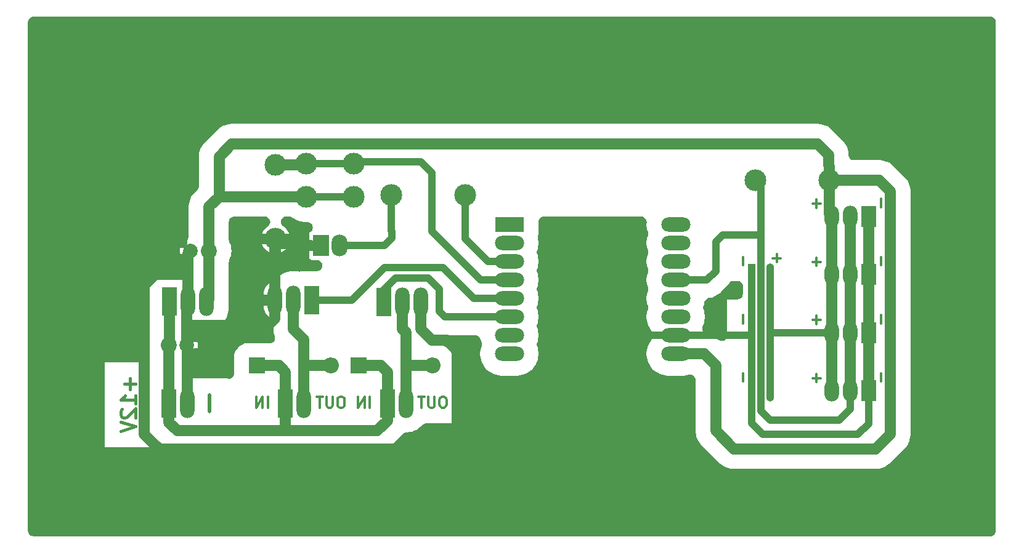
<source format=gbr>
%TF.GenerationSoftware,KiCad,Pcbnew,8.0.1*%
%TF.CreationDate,2024-03-28T20:51:12+01:00*%
%TF.ProjectId,espVent,65737056-656e-4742-9e6b-696361645f70,rev?*%
%TF.SameCoordinates,Original*%
%TF.FileFunction,Copper,L2,Bot*%
%TF.FilePolarity,Positive*%
%FSLAX46Y46*%
G04 Gerber Fmt 4.6, Leading zero omitted, Abs format (unit mm)*
G04 Created by KiCad (PCBNEW 8.0.1) date 2024-03-28 20:51:12*
%MOMM*%
%LPD*%
G01*
G04 APERTURE LIST*
%ADD10C,0.300000*%
%TA.AperFunction,NonConductor*%
%ADD11C,0.300000*%
%TD*%
%ADD12C,0.400000*%
%TA.AperFunction,NonConductor*%
%ADD13C,0.400000*%
%TD*%
%ADD14C,0.500000*%
%TA.AperFunction,NonConductor*%
%ADD15C,0.500000*%
%TD*%
%TA.AperFunction,ComponentPad*%
%ADD16C,3.000000*%
%TD*%
%TA.AperFunction,ComponentPad*%
%ADD17O,3.000000X3.000000*%
%TD*%
%TA.AperFunction,ComponentPad*%
%ADD18R,2.200000X3.000000*%
%TD*%
%TA.AperFunction,ComponentPad*%
%ADD19O,2.200000X3.000000*%
%TD*%
%TA.AperFunction,ComponentPad*%
%ADD20R,2.000000X4.000000*%
%TD*%
%TA.AperFunction,ComponentPad*%
%ADD21O,2.000000X4.000000*%
%TD*%
%TA.AperFunction,ComponentPad*%
%ADD22R,2.000000X3.000000*%
%TD*%
%TA.AperFunction,ComponentPad*%
%ADD23O,2.000000X3.000000*%
%TD*%
%TA.AperFunction,ComponentPad*%
%ADD24R,2.200000X2.200000*%
%TD*%
%TA.AperFunction,ComponentPad*%
%ADD25O,2.200000X2.200000*%
%TD*%
%TA.AperFunction,ComponentPad*%
%ADD26C,2.200000*%
%TD*%
%TA.AperFunction,ComponentPad*%
%ADD27C,2.000000*%
%TD*%
%TA.AperFunction,ComponentPad*%
%ADD28R,1.100000X3.000000*%
%TD*%
%TA.AperFunction,ComponentPad*%
%ADD29O,1.100000X3.000000*%
%TD*%
%TA.AperFunction,ComponentPad*%
%ADD30R,4.000000X2.100000*%
%TD*%
%TA.AperFunction,ComponentPad*%
%ADD31O,4.000000X2.000000*%
%TD*%
%TA.AperFunction,Conductor*%
%ADD32C,1.000000*%
%TD*%
%TA.AperFunction,Conductor*%
%ADD33C,1.500000*%
%TD*%
G04 APERTURE END LIST*
D10*
D11*
X165945489Y-89229400D02*
X164802632Y-89229400D01*
X165374060Y-89800828D02*
X165374060Y-88657971D01*
D10*
D11*
X100159774Y-91800828D02*
X99874060Y-91800828D01*
X99874060Y-91800828D02*
X99731203Y-91872257D01*
X99731203Y-91872257D02*
X99588346Y-92015114D01*
X99588346Y-92015114D02*
X99516917Y-92300828D01*
X99516917Y-92300828D02*
X99516917Y-92800828D01*
X99516917Y-92800828D02*
X99588346Y-93086542D01*
X99588346Y-93086542D02*
X99731203Y-93229400D01*
X99731203Y-93229400D02*
X99874060Y-93300828D01*
X99874060Y-93300828D02*
X100159774Y-93300828D01*
X100159774Y-93300828D02*
X100302632Y-93229400D01*
X100302632Y-93229400D02*
X100445489Y-93086542D01*
X100445489Y-93086542D02*
X100516917Y-92800828D01*
X100516917Y-92800828D02*
X100516917Y-92300828D01*
X100516917Y-92300828D02*
X100445489Y-92015114D01*
X100445489Y-92015114D02*
X100302632Y-91872257D01*
X100302632Y-91872257D02*
X100159774Y-91800828D01*
X98874060Y-91800828D02*
X98874060Y-93015114D01*
X98874060Y-93015114D02*
X98802631Y-93157971D01*
X98802631Y-93157971D02*
X98731203Y-93229400D01*
X98731203Y-93229400D02*
X98588345Y-93300828D01*
X98588345Y-93300828D02*
X98302631Y-93300828D01*
X98302631Y-93300828D02*
X98159774Y-93229400D01*
X98159774Y-93229400D02*
X98088345Y-93157971D01*
X98088345Y-93157971D02*
X98016917Y-93015114D01*
X98016917Y-93015114D02*
X98016917Y-91800828D01*
X97516916Y-91800828D02*
X96659774Y-91800828D01*
X97088345Y-93300828D02*
X97088345Y-91800828D01*
D10*
D11*
X103945489Y-93300828D02*
X103945489Y-91800828D01*
X103231203Y-93300828D02*
X103231203Y-91800828D01*
X103231203Y-91800828D02*
X102374060Y-93300828D01*
X102374060Y-93300828D02*
X102374060Y-91800828D01*
D10*
D11*
X174229400Y-80554510D02*
X174229400Y-81697368D01*
D10*
D11*
X155229400Y-88554510D02*
X155229400Y-89697368D01*
D10*
D11*
X174229400Y-88554510D02*
X174229400Y-89697368D01*
D10*
D11*
X174229400Y-72554510D02*
X174229400Y-73697368D01*
D10*
D11*
X165945489Y-81229400D02*
X164802632Y-81229400D01*
X165374060Y-81800828D02*
X165374060Y-80657971D01*
D12*
D13*
X70972533Y-89239347D02*
X70972533Y-90763157D01*
X71734438Y-90001252D02*
X70210628Y-90001252D01*
X71734438Y-92763156D02*
X71734438Y-91620299D01*
X71734438Y-92191727D02*
X69734438Y-92191727D01*
X69734438Y-92191727D02*
X70020152Y-92001251D01*
X70020152Y-92001251D02*
X70210628Y-91810775D01*
X70210628Y-91810775D02*
X70305866Y-91620299D01*
X69924914Y-93525061D02*
X69829676Y-93620299D01*
X69829676Y-93620299D02*
X69734438Y-93810775D01*
X69734438Y-93810775D02*
X69734438Y-94286966D01*
X69734438Y-94286966D02*
X69829676Y-94477442D01*
X69829676Y-94477442D02*
X69924914Y-94572680D01*
X69924914Y-94572680D02*
X70115390Y-94667918D01*
X70115390Y-94667918D02*
X70305866Y-94667918D01*
X70305866Y-94667918D02*
X70591580Y-94572680D01*
X70591580Y-94572680D02*
X71734438Y-93429823D01*
X71734438Y-93429823D02*
X71734438Y-94667918D01*
X69734438Y-95239347D02*
X71734438Y-95906013D01*
X71734438Y-95906013D02*
X69734438Y-96572680D01*
D10*
D11*
X155229400Y-72554510D02*
X155229400Y-73697368D01*
D10*
D11*
X174229400Y-64554510D02*
X174229400Y-65697368D01*
D10*
D11*
X89945489Y-93300828D02*
X89945489Y-91800828D01*
X89231203Y-93300828D02*
X89231203Y-91800828D01*
X89231203Y-91800828D02*
X88374060Y-93300828D01*
X88374060Y-93300828D02*
X88374060Y-91800828D01*
D10*
D11*
X165945489Y-65229400D02*
X164802632Y-65229400D01*
X165374060Y-65800828D02*
X165374060Y-64657971D01*
D10*
D11*
X114159774Y-91800828D02*
X113874060Y-91800828D01*
X113874060Y-91800828D02*
X113731203Y-91872257D01*
X113731203Y-91872257D02*
X113588346Y-92015114D01*
X113588346Y-92015114D02*
X113516917Y-92300828D01*
X113516917Y-92300828D02*
X113516917Y-92800828D01*
X113516917Y-92800828D02*
X113588346Y-93086542D01*
X113588346Y-93086542D02*
X113731203Y-93229400D01*
X113731203Y-93229400D02*
X113874060Y-93300828D01*
X113874060Y-93300828D02*
X114159774Y-93300828D01*
X114159774Y-93300828D02*
X114302632Y-93229400D01*
X114302632Y-93229400D02*
X114445489Y-93086542D01*
X114445489Y-93086542D02*
X114516917Y-92800828D01*
X114516917Y-92800828D02*
X114516917Y-92300828D01*
X114516917Y-92300828D02*
X114445489Y-92015114D01*
X114445489Y-92015114D02*
X114302632Y-91872257D01*
X114302632Y-91872257D02*
X114159774Y-91800828D01*
X112874060Y-91800828D02*
X112874060Y-93015114D01*
X112874060Y-93015114D02*
X112802631Y-93157971D01*
X112802631Y-93157971D02*
X112731203Y-93229400D01*
X112731203Y-93229400D02*
X112588345Y-93300828D01*
X112588345Y-93300828D02*
X112302631Y-93300828D01*
X112302631Y-93300828D02*
X112159774Y-93229400D01*
X112159774Y-93229400D02*
X112088345Y-93157971D01*
X112088345Y-93157971D02*
X112016917Y-93015114D01*
X112016917Y-93015114D02*
X112016917Y-91800828D01*
X111516916Y-91800828D02*
X110659774Y-91800828D01*
X111088345Y-93300828D02*
X111088345Y-91800828D01*
D10*
D11*
X165945489Y-73229400D02*
X164802632Y-73229400D01*
X165374060Y-73800828D02*
X165374060Y-72657971D01*
D10*
D11*
X160445489Y-72729400D02*
X159302632Y-72729400D01*
X159874060Y-73300828D02*
X159874060Y-72157971D01*
D10*
D11*
X155229400Y-80554510D02*
X155229400Y-81697368D01*
D14*
D15*
X81964000Y-91543232D02*
X81964000Y-93828947D01*
D16*
%TO.P,R3,1*%
%TO.N,Net-(U1-D0)*%
X117080000Y-64000000D03*
D17*
%TO.P,R3,2*%
%TO.N,Net-(D3-A)*%
X106920000Y-64000000D03*
%TD*%
D18*
%TO.P,D3,1,K*%
%TO.N,GND*%
X97225000Y-71000000D03*
D19*
%TO.P,D3,2,A*%
%TO.N,Net-(D3-A)*%
X99765000Y-71000000D03*
%TD*%
D20*
%TO.P,J9,1,Pin_1*%
%TO.N,+12V*%
X92380000Y-92712500D03*
D21*
%TO.P,J9,2,Pin_2*%
%TO.N,Net-(D2-A)*%
X94920000Y-92712500D03*
%TD*%
D22*
%TO.P,J4,1,Pin_1*%
%TO.N,GND*%
X172500000Y-91000000D03*
D23*
%TO.P,J4,2,Pin_2*%
%TO.N,Net-(J1-Pin_2)*%
X169960000Y-91000000D03*
%TO.P,J4,3,Pin_3*%
%TO.N,+5P*%
X167420000Y-91000000D03*
%TD*%
D24*
%TO.P,D2,1,K*%
%TO.N,+12V*%
X88420000Y-87500000D03*
D25*
%TO.P,D2,2,A*%
%TO.N,Net-(D2-A)*%
X98580000Y-87500000D03*
%TD*%
D16*
%TO.P,R2,1*%
%TO.N,Net-(U1-SCK{slash}D5)*%
X91000000Y-59920000D03*
D17*
%TO.P,R2,2*%
%TO.N,GND*%
X91000000Y-70080000D03*
%TD*%
D26*
%TO.P,C1,1*%
%TO.N,+12V*%
X76340000Y-84712500D03*
D27*
%TO.P,C1,2*%
%TO.N,GND*%
X78840000Y-84712500D03*
%TD*%
D20*
%TO.P,Q1,1,G*%
%TO.N,Net-(Q1-G)*%
X105920000Y-78792500D03*
D21*
%TO.P,Q1,2,D*%
%TO.N,Net-(D1-A)*%
X108460000Y-78792500D03*
%TO.P,Q1,3,S*%
%TO.N,GND*%
X111000000Y-78792500D03*
%TD*%
D24*
%TO.P,D1,1,K*%
%TO.N,+12V*%
X102420000Y-87500000D03*
D25*
%TO.P,D1,2,A*%
%TO.N,Net-(D1-A)*%
X112580000Y-87500000D03*
%TD*%
D20*
%TO.P,J8,1,Pin_1*%
%TO.N,+12V*%
X106380000Y-92712500D03*
D21*
%TO.P,J8,2,Pin_2*%
%TO.N,Net-(D1-A)*%
X108920000Y-92712500D03*
%TD*%
D20*
%TO.P,J7,1,Pin_1*%
%TO.N,+12V*%
X76380000Y-92712500D03*
D21*
%TO.P,J7,2,Pin_2*%
%TO.N,GND*%
X78920000Y-92712500D03*
%TD*%
D28*
%TO.P,U4,1,GND*%
%TO.N,GND*%
X156460000Y-91000000D03*
D29*
%TO.P,U4,2,DQ*%
%TO.N,Net-(J1-Pin_2)*%
X157730000Y-91000000D03*
%TO.P,U4,3,V_{DD}*%
%TO.N,+5P*%
X159000000Y-91000000D03*
%TD*%
D30*
%TO.P,U1,1,~{RST}*%
%TO.N,unconnected-(U1-~{RST}-Pad1)*%
X123140000Y-68110000D03*
D31*
%TO.P,U1,2,A0*%
%TO.N,unconnected-(U1-A0-Pad2)*%
X123140000Y-70650000D03*
%TO.P,U1,3,D0*%
%TO.N,Net-(U1-D0)*%
X123140000Y-73190000D03*
%TO.P,U1,4,SCK/D5*%
%TO.N,Net-(U1-SCK{slash}D5)*%
X123140000Y-75730000D03*
%TO.P,U1,5,MISO/D6*%
%TO.N,Net-(Q2-G)*%
X123140000Y-78270000D03*
%TO.P,U1,6,MOSI/D7*%
%TO.N,Net-(Q1-G)*%
X123140000Y-80810000D03*
%TO.P,U1,7,CS/D8*%
%TO.N,unconnected-(U1-CS{slash}D8-Pad7)*%
X123140000Y-83350000D03*
%TO.P,U1,8,3V3*%
%TO.N,unconnected-(U1-3V3-Pad8)*%
X123140000Y-85890000D03*
%TO.P,U1,9,5V*%
%TO.N,+5P*%
X146000000Y-85890000D03*
%TO.P,U1,10,GND*%
%TO.N,GND*%
X146000000Y-83350000D03*
%TO.P,U1,11,D4*%
%TO.N,unconnected-(U1-D4-Pad11)*%
X146000000Y-80810000D03*
%TO.P,U1,12,D3*%
%TO.N,unconnected-(U1-D3-Pad12)*%
X146000000Y-78270000D03*
%TO.P,U1,13,SDA/D2*%
%TO.N,Net-(J1-Pin_2)*%
X146000000Y-75730000D03*
%TO.P,U1,14,SCL/D1*%
%TO.N,unconnected-(U1-SCL{slash}D1-Pad14)*%
X146000000Y-73190000D03*
%TO.P,U1,15,RX*%
%TO.N,unconnected-(U1-RX-Pad15)*%
X146000000Y-70650000D03*
%TO.P,U1,16,TX*%
%TO.N,unconnected-(U1-TX-Pad16)*%
X146000000Y-68110000D03*
%TD*%
D22*
%TO.P,J1,1,Pin_1*%
%TO.N,GND*%
X172525000Y-67025000D03*
D23*
%TO.P,J1,2,Pin_2*%
%TO.N,Net-(J1-Pin_2)*%
X169985000Y-67025000D03*
%TO.P,J1,3,Pin_3*%
%TO.N,+5P*%
X167445000Y-67025000D03*
%TD*%
D16*
%TO.P,SW1,1,1*%
%TO.N,Net-(U1-SCK{slash}D5)*%
X95250000Y-59750000D03*
X101750000Y-59750000D03*
%TO.P,SW1,2,2*%
%TO.N,+5P*%
X95250000Y-64250000D03*
X101750000Y-64250000D03*
%TD*%
D22*
%TO.P,J2,1,Pin_1*%
%TO.N,GND*%
X172525000Y-75000000D03*
D23*
%TO.P,J2,2,Pin_2*%
%TO.N,Net-(J1-Pin_2)*%
X169985000Y-75000000D03*
%TO.P,J2,3,Pin_3*%
%TO.N,+5P*%
X167445000Y-75000000D03*
%TD*%
D28*
%TO.P,U2,1,GND*%
%TO.N,GND*%
X156460000Y-75000000D03*
D29*
%TO.P,U2,2,DQ*%
%TO.N,Net-(J1-Pin_2)*%
X157730000Y-75000000D03*
%TO.P,U2,3,V_{DD}*%
%TO.N,+5P*%
X159000000Y-75000000D03*
%TD*%
D28*
%TO.P,U3,1,GND*%
%TO.N,GND*%
X156460000Y-83000000D03*
D29*
%TO.P,U3,2,DQ*%
%TO.N,Net-(J1-Pin_2)*%
X157730000Y-83000000D03*
%TO.P,U3,3,V_{DD}*%
%TO.N,+5P*%
X159000000Y-83000000D03*
%TD*%
D16*
%TO.P,R1,1*%
%TO.N,+5P*%
X167080000Y-62000000D03*
D17*
%TO.P,R1,2*%
%TO.N,Net-(J1-Pin_2)*%
X156920000Y-62000000D03*
%TD*%
D20*
%TO.P,U5,1,IN*%
%TO.N,+12V*%
X76460000Y-78712500D03*
D21*
%TO.P,U5,2,GND*%
%TO.N,GND*%
X79000000Y-78712500D03*
%TO.P,U5,3,OUT*%
%TO.N,+5P*%
X81540000Y-78712500D03*
%TD*%
D20*
%TO.P,Q2,1,G*%
%TO.N,Net-(Q2-G)*%
X96000000Y-78500000D03*
D21*
%TO.P,Q2,2,D*%
%TO.N,Net-(D2-A)*%
X93460000Y-78500000D03*
%TO.P,Q2,3,S*%
%TO.N,GND*%
X90920000Y-78500000D03*
%TD*%
D26*
%TO.P,C2,1*%
%TO.N,+5P*%
X81840000Y-71712500D03*
D27*
%TO.P,C2,2*%
%TO.N,GND*%
X79340000Y-71712500D03*
%TD*%
D22*
%TO.P,J3,1,Pin_1*%
%TO.N,GND*%
X172500000Y-83000000D03*
D23*
%TO.P,J3,2,Pin_2*%
%TO.N,Net-(J1-Pin_2)*%
X169960000Y-83000000D03*
%TO.P,J3,3,Pin_3*%
%TO.N,+5P*%
X167420000Y-83000000D03*
%TD*%
D32*
%TO.N,Net-(D3-A)*%
X106000000Y-71000000D02*
X107000000Y-70000000D01*
X99765000Y-71000000D02*
X106000000Y-71000000D01*
X107000000Y-70000000D02*
X107000000Y-69000000D01*
X107000000Y-69000000D02*
X106920000Y-68920000D01*
X106920000Y-68920000D02*
X106920000Y-64000000D01*
%TO.N,GND*%
X97225000Y-71000000D02*
X91920000Y-71000000D01*
X91920000Y-71000000D02*
X91000000Y-70080000D01*
%TO.N,Net-(Q2-G)*%
X96000000Y-78500000D02*
X101500000Y-78500000D01*
X118270000Y-78270000D02*
X123140000Y-78270000D01*
X101500000Y-78500000D02*
X106000000Y-74000000D01*
X106000000Y-74000000D02*
X114000000Y-74000000D01*
X114000000Y-74000000D02*
X118270000Y-78270000D01*
%TO.N,Net-(U1-SCK{slash}D5)*%
X123140000Y-75730000D02*
X119230000Y-75730000D01*
X119230000Y-75730000D02*
X112500000Y-69000000D01*
X112500000Y-61000000D02*
X111000000Y-59500000D01*
X112500000Y-69000000D02*
X112500000Y-61000000D01*
X111000000Y-59500000D02*
X102000000Y-59500000D01*
X102000000Y-59500000D02*
X101750000Y-59750000D01*
%TO.N,Net-(U1-D0)*%
X117080000Y-64000000D02*
X117080000Y-70080000D01*
X117080000Y-70080000D02*
X120190000Y-73190000D01*
X120190000Y-73190000D02*
X123140000Y-73190000D01*
D33*
%TO.N,GND*%
X90920000Y-78500000D02*
X90920000Y-72000000D01*
X90920000Y-72000000D02*
X90920000Y-70160000D01*
%TO.N,+5P*%
X167445000Y-67025000D02*
X167445000Y-75000000D01*
X146000000Y-85890000D02*
X149890000Y-85890000D01*
X174000000Y-62000000D02*
X167080000Y-62000000D01*
X167000000Y-58500000D02*
X167000000Y-60000000D01*
X151500000Y-96500000D02*
X154000000Y-99000000D01*
X83250000Y-58750000D02*
X85000000Y-57000000D01*
X83250000Y-64250000D02*
X83250000Y-58750000D01*
X81840000Y-78412500D02*
X81540000Y-78712500D01*
X167080000Y-62000000D02*
X167080000Y-66660000D01*
X167000000Y-60000000D02*
X167080000Y-60080000D01*
X85000000Y-57000000D02*
X165500000Y-57000000D01*
X149890000Y-85890000D02*
X151500000Y-87500000D01*
X81840000Y-71712500D02*
X81840000Y-65660000D01*
X167445000Y-82975000D02*
X167420000Y-83000000D01*
X165500000Y-57000000D02*
X167000000Y-58500000D01*
X175500000Y-97000000D02*
X175500000Y-63500000D01*
D32*
X159000000Y-75000000D02*
X159000000Y-83000000D01*
D33*
X151500000Y-87500000D02*
X151500000Y-96500000D01*
X81840000Y-65660000D02*
X83250000Y-64250000D01*
X154000000Y-99000000D02*
X173500000Y-99000000D01*
X167080000Y-66660000D02*
X167445000Y-67025000D01*
X81840000Y-71712500D02*
X81840000Y-78412500D01*
X83250000Y-64250000D02*
X95250000Y-64250000D01*
D32*
X159000000Y-83000000D02*
X167420000Y-83000000D01*
D33*
X167420000Y-83000000D02*
X167420000Y-91000000D01*
D32*
X101750000Y-64250000D02*
X95250000Y-64250000D01*
D33*
X167080000Y-60080000D02*
X167080000Y-62000000D01*
X173500000Y-99000000D02*
X175500000Y-97000000D01*
X167445000Y-75000000D02*
X167445000Y-82975000D01*
D32*
X159000000Y-83000000D02*
X159000000Y-91000000D01*
D33*
X175500000Y-63500000D02*
X174000000Y-62000000D01*
%TO.N,+12V*%
X92380000Y-88380000D02*
X91500000Y-87500000D01*
X105000000Y-96500000D02*
X92500000Y-96500000D01*
X92380000Y-92712500D02*
X92380000Y-96380000D01*
X76340000Y-84712500D02*
X76340000Y-92672500D01*
X76340000Y-92672500D02*
X76380000Y-92712500D01*
X106380000Y-92712500D02*
X106380000Y-95120000D01*
X77500000Y-96500000D02*
X76380000Y-95380000D01*
X92500000Y-96500000D02*
X77500000Y-96500000D01*
X92380000Y-96380000D02*
X92500000Y-96500000D01*
X106380000Y-88380000D02*
X105500000Y-87500000D01*
X91500000Y-87500000D02*
X88420000Y-87500000D01*
X106380000Y-92712500D02*
X106380000Y-88380000D01*
X106380000Y-95120000D02*
X105000000Y-96500000D01*
X105500000Y-87500000D02*
X102420000Y-87500000D01*
X92380000Y-92712500D02*
X92380000Y-88380000D01*
X76380000Y-95380000D02*
X76380000Y-92712500D01*
X76460000Y-84592500D02*
X76340000Y-84712500D01*
X76460000Y-78712500D02*
X76460000Y-84592500D01*
%TO.N,GND*%
X90920000Y-70160000D02*
X91000000Y-70080000D01*
D32*
X146000000Y-83350000D02*
X141650000Y-83350000D01*
D33*
X78920000Y-92712500D02*
X78920000Y-89000000D01*
D32*
X156460000Y-95460000D02*
X158000000Y-97000000D01*
D33*
X116000000Y-97500000D02*
X114500000Y-99000000D01*
X75000000Y-99000000D02*
X73000000Y-97000000D01*
X172525000Y-67025000D02*
X172525000Y-75000000D01*
D32*
X138500000Y-91000000D02*
X116000000Y-91000000D01*
X172500000Y-95500000D02*
X172500000Y-91000000D01*
D33*
X90920000Y-78500000D02*
X90920000Y-81080000D01*
X74500000Y-75000000D02*
X79000000Y-75000000D01*
D32*
X156460000Y-83000000D02*
X156460000Y-91000000D01*
D33*
X78840000Y-78872500D02*
X79000000Y-78712500D01*
X79000000Y-75000000D02*
X79000000Y-72052500D01*
X90920000Y-81080000D02*
X90000000Y-82000000D01*
X114500000Y-99000000D02*
X110000000Y-99000000D01*
D32*
X158000000Y-97000000D02*
X171000000Y-97000000D01*
D33*
X111000000Y-78792500D02*
X111000000Y-82500000D01*
X73000000Y-97000000D02*
X73000000Y-76500000D01*
D32*
X156460000Y-75000000D02*
X156460000Y-83000000D01*
D33*
X116000000Y-85500000D02*
X116000000Y-91000000D01*
X114500000Y-84000000D02*
X116000000Y-85500000D01*
X172525000Y-75000000D02*
X172525000Y-82975000D01*
D32*
X146000000Y-83350000D02*
X156110000Y-83350000D01*
D33*
X111000000Y-82500000D02*
X112500000Y-84000000D01*
D32*
X156110000Y-83350000D02*
X156460000Y-83000000D01*
D33*
X112500000Y-84000000D02*
X114500000Y-84000000D01*
D32*
X141650000Y-83350000D02*
X140000000Y-85000000D01*
D33*
X116000000Y-91000000D02*
X116000000Y-97500000D01*
X78920000Y-89000000D02*
X78920000Y-84792500D01*
X78840000Y-82000000D02*
X78840000Y-78872500D01*
D32*
X140000000Y-85000000D02*
X140000000Y-89500000D01*
D33*
X172500000Y-83000000D02*
X172500000Y-91000000D01*
X73000000Y-76500000D02*
X74500000Y-75000000D01*
X79000000Y-78712500D02*
X79000000Y-75000000D01*
X79000000Y-72052500D02*
X79340000Y-71712500D01*
X78920000Y-84792500D02*
X78840000Y-84712500D01*
D32*
X140000000Y-89500000D02*
X138500000Y-91000000D01*
D33*
X110000000Y-99000000D02*
X75000000Y-99000000D01*
X172525000Y-82975000D02*
X172500000Y-83000000D01*
X78840000Y-84712500D02*
X78840000Y-82000000D01*
D32*
X156460000Y-91000000D02*
X156460000Y-95460000D01*
D33*
X90000000Y-82000000D02*
X78840000Y-82000000D01*
D32*
X171000000Y-97000000D02*
X172500000Y-95500000D01*
D33*
%TO.N,Net-(D1-A)*%
X108920000Y-82920000D02*
X108460000Y-82460000D01*
X108920000Y-87500000D02*
X108920000Y-82920000D01*
X108460000Y-82460000D02*
X108460000Y-78792500D01*
X108580000Y-78672500D02*
X108460000Y-78792500D01*
X108920000Y-92712500D02*
X108920000Y-87500000D01*
X112580000Y-87500000D02*
X108920000Y-87500000D01*
%TO.N,Net-(J1-Pin_2)*%
X169985000Y-75000000D02*
X169985000Y-82975000D01*
X169960000Y-83000000D02*
X169960000Y-91000000D01*
D32*
X157730000Y-83000000D02*
X157730000Y-75000000D01*
X157730000Y-91000000D02*
X157730000Y-93730000D01*
X151500000Y-70500000D02*
X152500000Y-69500000D01*
X170000000Y-91040000D02*
X169960000Y-91000000D01*
X157730000Y-93730000D02*
X159000000Y-95000000D01*
X146000000Y-75730000D02*
X150270000Y-75730000D01*
X159000000Y-95000000D02*
X168500000Y-95000000D01*
X157730000Y-69500000D02*
X157730000Y-62810000D01*
X150270000Y-75730000D02*
X151500000Y-74500000D01*
X157730000Y-62810000D02*
X156920000Y-62000000D01*
X168500000Y-95000000D02*
X170000000Y-93500000D01*
X170000000Y-93500000D02*
X170000000Y-91040000D01*
X152500000Y-69500000D02*
X157730000Y-69500000D01*
D33*
X169985000Y-82975000D02*
X169960000Y-83000000D01*
X169985000Y-67025000D02*
X169985000Y-75000000D01*
D32*
X157730000Y-91000000D02*
X157730000Y-83000000D01*
X151500000Y-74500000D02*
X151500000Y-70500000D01*
X157730000Y-75000000D02*
X157730000Y-69500000D01*
D33*
%TO.N,Net-(U1-SCK{slash}D5)*%
X91000000Y-59920000D02*
X95080000Y-59920000D01*
X95080000Y-59920000D02*
X95250000Y-59750000D01*
D32*
X101750000Y-59750000D02*
X95250000Y-59750000D01*
D33*
%TO.N,Net-(D2-A)*%
X93460000Y-78500000D02*
X93420000Y-78540000D01*
X94920000Y-83920000D02*
X93460000Y-82460000D01*
X93460000Y-82460000D02*
X93460000Y-78500000D01*
X94920000Y-87500000D02*
X94920000Y-83920000D01*
X98580000Y-87500000D02*
X94920000Y-87500000D01*
X94920000Y-92712500D02*
X94920000Y-87500000D01*
D32*
%TO.N,Net-(Q1-G)*%
X113500000Y-80000000D02*
X113500000Y-77000000D01*
X113500000Y-77000000D02*
X112000000Y-75500000D01*
X105920000Y-77080000D02*
X105920000Y-78792500D01*
X123140000Y-80810000D02*
X114310000Y-80810000D01*
X114310000Y-80810000D02*
X113500000Y-80000000D01*
X107500000Y-75500000D02*
X105920000Y-77080000D01*
X112000000Y-75500000D02*
X107500000Y-75500000D01*
%TD*%
%TA.AperFunction,Conductor*%
%TO.N,GND*%
G36*
X89704903Y-67020689D02*
G01*
X89868323Y-67080169D01*
X90013620Y-67175733D01*
X90132962Y-67302228D01*
X90219916Y-67452836D01*
X90269793Y-67619438D01*
X90279905Y-67793050D01*
X90249706Y-67964316D01*
X90180825Y-68124000D01*
X90076975Y-68263495D01*
X89943754Y-68375280D01*
X89937116Y-68379596D01*
X89915959Y-68393192D01*
X89686936Y-68564636D01*
X89484636Y-68766936D01*
X89313197Y-68995953D01*
X89313192Y-68995960D01*
X89176089Y-69247046D01*
X89145149Y-69330000D01*
X92854851Y-69330000D01*
X92823910Y-69247046D01*
X92686807Y-68995960D01*
X92686802Y-68995953D01*
X92515363Y-68766936D01*
X92313063Y-68564636D01*
X92084040Y-68393192D01*
X92062884Y-68379596D01*
X91928489Y-68269225D01*
X91823170Y-68130836D01*
X91752605Y-67971888D01*
X91720597Y-67800952D01*
X91728873Y-67627242D01*
X91776987Y-67460123D01*
X91862343Y-67308604D01*
X91980342Y-67180854D01*
X92124621Y-67083760D01*
X92287402Y-67022556D01*
X92459911Y-67000542D01*
X92467828Y-67000500D01*
X92836341Y-67000500D01*
X93009072Y-67020689D01*
X93172492Y-67080169D01*
X93244275Y-67121335D01*
X93485589Y-67278046D01*
X93497348Y-67285682D01*
X93824264Y-67452255D01*
X94013772Y-67525000D01*
X94166800Y-67583742D01*
X94521197Y-67678703D01*
X94521201Y-67678703D01*
X94521206Y-67678705D01*
X94656106Y-67700071D01*
X94883580Y-67736100D01*
X94883589Y-67736101D01*
X94883590Y-67736101D01*
X94883596Y-67736102D01*
X95250000Y-67755304D01*
X95324746Y-67751386D01*
X95339342Y-67750622D01*
X95512893Y-67761743D01*
X95679201Y-67812588D01*
X95829301Y-67900416D01*
X95955101Y-68020492D01*
X96049817Y-68166343D01*
X96108346Y-68330105D01*
X96127530Y-68502951D01*
X96106337Y-68675562D01*
X96045908Y-68838633D01*
X95949501Y-68983372D01*
X95827408Y-69098196D01*
X95767812Y-69142809D01*
X95767808Y-69142813D01*
X95681646Y-69257910D01*
X95631401Y-69392624D01*
X95625001Y-69452156D01*
X95625000Y-69452177D01*
X95625000Y-70250000D01*
X95915500Y-70250000D01*
X96088231Y-70270189D01*
X96251651Y-70329669D01*
X96396948Y-70425233D01*
X96516290Y-70551728D01*
X96603244Y-70702336D01*
X96653121Y-70868938D01*
X96664500Y-70999000D01*
X96664500Y-71001000D01*
X96644311Y-71173731D01*
X96584831Y-71337151D01*
X96489267Y-71482448D01*
X96362772Y-71601790D01*
X96212164Y-71688744D01*
X96045562Y-71738621D01*
X95915500Y-71750000D01*
X95625000Y-71750000D01*
X95625000Y-72547822D01*
X95625001Y-72547843D01*
X95631401Y-72607375D01*
X95681646Y-72742089D01*
X95767808Y-72857186D01*
X95767813Y-72857191D01*
X95882910Y-72943353D01*
X96017624Y-72993598D01*
X96077156Y-72999998D01*
X96077177Y-73000000D01*
X96714570Y-73000000D01*
X96887301Y-73020189D01*
X97050721Y-73079669D01*
X97196018Y-73175233D01*
X97300011Y-73281818D01*
X97301208Y-73283318D01*
X97393167Y-73430923D01*
X97448608Y-73595756D01*
X97464540Y-73768932D01*
X97440106Y-73941114D01*
X97376623Y-74103020D01*
X97277513Y-74245922D01*
X97148118Y-74362115D01*
X96995416Y-74445336D01*
X96827638Y-74491098D01*
X96715767Y-74499500D01*
X94928552Y-74499500D01*
X94714572Y-74514804D01*
X94714568Y-74514804D01*
X94714566Y-74514805D01*
X94442771Y-74573930D01*
X94269695Y-74590919D01*
X94116901Y-74572269D01*
X93963394Y-74537233D01*
X93628504Y-74499500D01*
X93291496Y-74499500D01*
X92999246Y-74532428D01*
X92956614Y-74537232D01*
X92956613Y-74537232D01*
X92956606Y-74537233D01*
X92734907Y-74587834D01*
X92628045Y-74612224D01*
X92309948Y-74723531D01*
X92038780Y-74854119D01*
X92006314Y-74869754D01*
X92006310Y-74869756D01*
X92006309Y-74869757D01*
X91720964Y-75049051D01*
X91720952Y-75049060D01*
X91457481Y-75259170D01*
X91219172Y-75497479D01*
X91001592Y-75770317D01*
X90878111Y-75892776D01*
X90729718Y-75983457D01*
X90590860Y-76031626D01*
X90568755Y-76036933D01*
X90344196Y-76109897D01*
X90133832Y-76217083D01*
X89942814Y-76355865D01*
X89775865Y-76522814D01*
X89637083Y-76713832D01*
X89529897Y-76924196D01*
X89456935Y-77148749D01*
X89420000Y-77381949D01*
X89420000Y-77750000D01*
X89710500Y-77750000D01*
X89883231Y-77770189D01*
X90046651Y-77829669D01*
X90191948Y-77925233D01*
X90311290Y-78051728D01*
X90398244Y-78202336D01*
X90418229Y-78269092D01*
X90407482Y-78287708D01*
X90370000Y-78427591D01*
X90370000Y-78572409D01*
X90407482Y-78712292D01*
X90418395Y-78731195D01*
X90379831Y-78837151D01*
X90284267Y-78982448D01*
X90157772Y-79101790D01*
X90007164Y-79188744D01*
X89840562Y-79238621D01*
X89710500Y-79250000D01*
X89420000Y-79250000D01*
X89420000Y-79618050D01*
X89456935Y-79851250D01*
X89529897Y-80075803D01*
X89637083Y-80286167D01*
X89775865Y-80477185D01*
X89942814Y-80644134D01*
X90133829Y-80782915D01*
X90300537Y-80867856D01*
X90445276Y-80964263D01*
X90563881Y-81091450D01*
X90649957Y-81242561D01*
X90698865Y-81409450D01*
X90709500Y-81535221D01*
X90709500Y-82614465D01*
X90716351Y-82675267D01*
X90744088Y-82921451D01*
X90812829Y-83222628D01*
X90812832Y-83222637D01*
X90887647Y-83436444D01*
X90887647Y-83436445D01*
X90905104Y-83486334D01*
X90943098Y-83656040D01*
X90940930Y-83829934D01*
X90898718Y-83998640D01*
X90818737Y-84153064D01*
X90705300Y-84284881D01*
X90564522Y-84386985D01*
X90403991Y-84453870D01*
X90232363Y-84481932D01*
X90058889Y-84469656D01*
X90038928Y-84465598D01*
X89805430Y-84414804D01*
X89622348Y-84401710D01*
X89591448Y-84399500D01*
X87248552Y-84399500D01*
X87034572Y-84414804D01*
X87034568Y-84414804D01*
X87034566Y-84414805D01*
X86754956Y-84475629D01*
X86486845Y-84575630D01*
X86486832Y-84575636D01*
X86235692Y-84712769D01*
X86235686Y-84712773D01*
X86235685Y-84712774D01*
X86140419Y-84784089D01*
X86006601Y-84884264D01*
X85804264Y-85086601D01*
X85632769Y-85315692D01*
X85495636Y-85566832D01*
X85495630Y-85566845D01*
X85395629Y-85834956D01*
X85346702Y-86059876D01*
X85334804Y-86114572D01*
X85319500Y-86328552D01*
X85319500Y-88579486D01*
X85299311Y-88752217D01*
X85239831Y-88915637D01*
X85144267Y-89060934D01*
X85017772Y-89180276D01*
X84867164Y-89267230D01*
X84700562Y-89317107D01*
X84526950Y-89327219D01*
X84355684Y-89297020D01*
X84334152Y-89287732D01*
X84219500Y-89287732D01*
X79839500Y-89287732D01*
X79666769Y-89267543D01*
X79503349Y-89208063D01*
X79358052Y-89112499D01*
X79238710Y-88986004D01*
X79151756Y-88835396D01*
X79101879Y-88668794D01*
X79090500Y-88538732D01*
X79090500Y-86747197D01*
X79110689Y-86574466D01*
X79170169Y-86411046D01*
X79175958Y-86402244D01*
X79271368Y-85989816D01*
X79262754Y-85948098D01*
X79267812Y-85774264D01*
X79289229Y-85675287D01*
X79289865Y-85673081D01*
X79357126Y-85512709D01*
X79459559Y-85372169D01*
X79591641Y-85259041D01*
X79746252Y-85179423D01*
X79915057Y-85137606D01*
X80088955Y-85135845D01*
X80128984Y-85144905D01*
X80289005Y-85100844D01*
X80324611Y-84960244D01*
X80345140Y-84712500D01*
X80324612Y-84464760D01*
X80324610Y-84464750D01*
X80289005Y-84324154D01*
X80127417Y-84279662D01*
X80074809Y-84290525D01*
X79900976Y-84285466D01*
X79732995Y-84240454D01*
X79579922Y-84157916D01*
X79450010Y-84042302D01*
X79350262Y-83899845D01*
X79289790Y-83751657D01*
X79289151Y-83749439D01*
X79260752Y-83577872D01*
X79270750Y-83432502D01*
X79236658Y-83285145D01*
X79217394Y-83112308D01*
X79238508Y-82939688D01*
X79298861Y-82776589D01*
X79395201Y-82631805D01*
X79522334Y-82513142D01*
X79673405Y-82426996D01*
X79840271Y-82378011D01*
X80013936Y-82368829D01*
X80185037Y-82399944D01*
X80291361Y-82441492D01*
X80326779Y-82458548D01*
X80389949Y-82488969D01*
X80708046Y-82600276D01*
X81036606Y-82675267D01*
X81371496Y-82713000D01*
X81371502Y-82713000D01*
X81708498Y-82713000D01*
X81708504Y-82713000D01*
X82043394Y-82675267D01*
X82371954Y-82600276D01*
X82690051Y-82488969D01*
X82993686Y-82342746D01*
X83279039Y-82163446D01*
X83542523Y-81953325D01*
X83780825Y-81715023D01*
X83990946Y-81451539D01*
X84170246Y-81166186D01*
X84316469Y-80862551D01*
X84427776Y-80544454D01*
X84502767Y-80215894D01*
X84540500Y-79881004D01*
X84540500Y-79025862D01*
X84555231Y-78895139D01*
X84552393Y-78894657D01*
X84555910Y-78873955D01*
X84555911Y-78873952D01*
X84590500Y-78566965D01*
X84590500Y-73323185D01*
X84610689Y-73150454D01*
X84647512Y-73036560D01*
X84771121Y-72738144D01*
X84832487Y-72525140D01*
X84867523Y-72403529D01*
X84867524Y-72403521D01*
X84867527Y-72403513D01*
X84925859Y-72060193D01*
X84945385Y-71712500D01*
X84925859Y-71364807D01*
X84908476Y-71262500D01*
X84892073Y-71165958D01*
X84867527Y-71021487D01*
X84867525Y-71021481D01*
X84867523Y-71021470D01*
X84812361Y-70830000D01*
X89145149Y-70830000D01*
X89176089Y-70912953D01*
X89313192Y-71164039D01*
X89313197Y-71164046D01*
X89484636Y-71393063D01*
X89686936Y-71595363D01*
X89915953Y-71766802D01*
X89915966Y-71766811D01*
X90167043Y-71903908D01*
X90167042Y-71903908D01*
X90250000Y-71934849D01*
X90250000Y-70830000D01*
X91750000Y-70830000D01*
X91750000Y-71934849D01*
X91832957Y-71903908D01*
X92084033Y-71766811D01*
X92084046Y-71766802D01*
X92313063Y-71595363D01*
X92515363Y-71393063D01*
X92686802Y-71164046D01*
X92686807Y-71164039D01*
X92823910Y-70912953D01*
X92854851Y-70830000D01*
X91750000Y-70830000D01*
X90250000Y-70830000D01*
X89145149Y-70830000D01*
X84812361Y-70830000D01*
X84781734Y-70723694D01*
X84771121Y-70686856D01*
X84686384Y-70482282D01*
X84647514Y-70388442D01*
X84600065Y-70221133D01*
X84592973Y-70132661D01*
X90600000Y-70132661D01*
X90627259Y-70234394D01*
X90679920Y-70325606D01*
X90754394Y-70400080D01*
X90845606Y-70452741D01*
X90947339Y-70480000D01*
X91052661Y-70480000D01*
X91154394Y-70452741D01*
X91245606Y-70400080D01*
X91320080Y-70325606D01*
X91372741Y-70234394D01*
X91400000Y-70132661D01*
X91400000Y-70027339D01*
X91372741Y-69925606D01*
X91320080Y-69834394D01*
X91245606Y-69759920D01*
X91154394Y-69707259D01*
X91052661Y-69680000D01*
X90947339Y-69680000D01*
X90845606Y-69707259D01*
X90754394Y-69759920D01*
X90679920Y-69834394D01*
X90627259Y-69925606D01*
X90600000Y-70027339D01*
X90600000Y-70132661D01*
X84592973Y-70132661D01*
X84590500Y-70101812D01*
X84590500Y-67749500D01*
X84610689Y-67576769D01*
X84670169Y-67413349D01*
X84765733Y-67268052D01*
X84892228Y-67148710D01*
X85042836Y-67061756D01*
X85209438Y-67011879D01*
X85339500Y-67000500D01*
X89532172Y-67000500D01*
X89704903Y-67020689D01*
G37*
%TD.AperFunction*%
%TA.AperFunction,Conductor*%
G36*
X154653231Y-75873057D02*
G01*
X154816651Y-75932537D01*
X154961948Y-76028101D01*
X155081290Y-76154596D01*
X155168244Y-76305204D01*
X155218121Y-76471806D01*
X155229500Y-76601868D01*
X155229500Y-77650010D01*
X155209311Y-77822741D01*
X155149831Y-77986161D01*
X155054267Y-78131458D01*
X154927772Y-78250800D01*
X154777164Y-78337754D01*
X154610562Y-78387631D01*
X154480500Y-78399010D01*
X153073900Y-78399010D01*
X153073900Y-83375859D01*
X153053711Y-83548590D01*
X152994231Y-83712010D01*
X152898667Y-83857307D01*
X152772172Y-83976649D01*
X152621564Y-84063603D01*
X152454962Y-84113480D01*
X152281350Y-84123592D01*
X152110084Y-84093393D01*
X151950400Y-84024512D01*
X151810905Y-83920662D01*
X151795280Y-83905485D01*
X151725675Y-83835880D01*
X151484148Y-83643268D01*
X151484143Y-83643264D01*
X151222573Y-83478908D01*
X151222549Y-83478895D01*
X150944243Y-83344871D01*
X150944237Y-83344868D01*
X150944230Y-83344865D01*
X150944225Y-83344863D01*
X150944220Y-83344861D01*
X150868650Y-83318417D01*
X150868645Y-83318416D01*
X150652636Y-83242832D01*
X150652632Y-83242831D01*
X150652629Y-83242830D01*
X150652631Y-83242830D01*
X150351445Y-83174087D01*
X150300480Y-83168345D01*
X150131096Y-83128943D01*
X149975364Y-83051540D01*
X149841680Y-82940309D01*
X149737251Y-82801246D01*
X149667707Y-82641849D01*
X149636798Y-82470711D01*
X149646188Y-82297058D01*
X149695373Y-82130251D01*
X149709519Y-82099073D01*
X149776469Y-81960051D01*
X149887776Y-81641954D01*
X149962767Y-81313394D01*
X150000500Y-80978504D01*
X150000500Y-80641496D01*
X149962767Y-80306606D01*
X149887776Y-79978046D01*
X149821057Y-79787375D01*
X149783065Y-79617672D01*
X149785233Y-79443778D01*
X149821058Y-79292622D01*
X149887776Y-79101954D01*
X149959877Y-78786051D01*
X150017993Y-78622155D01*
X150112345Y-78476068D01*
X150237844Y-78355678D01*
X150387723Y-78267475D01*
X150553904Y-78216214D01*
X150606233Y-78208437D01*
X150689509Y-78199055D01*
X150963318Y-78136560D01*
X151205754Y-78051728D01*
X151228406Y-78043802D01*
X151474617Y-77925233D01*
X151481445Y-77921945D01*
X151719248Y-77772523D01*
X151857908Y-77661944D01*
X152005540Y-77570035D01*
X152170391Y-77514648D01*
X152214648Y-77510590D01*
X152227943Y-77435194D01*
X152296824Y-77275510D01*
X152400674Y-77136015D01*
X152415854Y-77120387D01*
X152886190Y-76650051D01*
X153367416Y-76168825D01*
X153384459Y-76147454D01*
X153394494Y-76134871D01*
X153517976Y-76012412D01*
X153666370Y-75921732D01*
X153831676Y-75867718D01*
X153980083Y-75852868D01*
X154480500Y-75852868D01*
X154653231Y-75873057D01*
G37*
%TD.AperFunction*%
%TA.AperFunction,Conductor*%
G36*
X189423731Y-39520189D02*
G01*
X189587151Y-39579669D01*
X189732448Y-39675233D01*
X189851790Y-39801728D01*
X189938744Y-39952336D01*
X189988621Y-40118938D01*
X190000000Y-40249000D01*
X190000000Y-110251000D01*
X189979811Y-110423731D01*
X189920331Y-110587151D01*
X189824767Y-110732448D01*
X189698272Y-110851790D01*
X189547664Y-110938744D01*
X189381062Y-110988621D01*
X189251000Y-111000000D01*
X57749000Y-111000000D01*
X57576269Y-110979811D01*
X57412849Y-110920331D01*
X57267552Y-110824767D01*
X57148210Y-110698272D01*
X57061256Y-110547664D01*
X57011379Y-110381062D01*
X57000000Y-110251000D01*
X57000000Y-98780484D01*
X67525115Y-98780484D01*
X73942242Y-98780484D01*
X73942242Y-98640282D01*
X73962431Y-98467551D01*
X74021911Y-98304131D01*
X74117475Y-98158834D01*
X74243970Y-98039492D01*
X74394578Y-97952538D01*
X74561180Y-97902661D01*
X74734792Y-97892549D01*
X74906058Y-97922748D01*
X75065742Y-97991629D01*
X75205237Y-98095479D01*
X75220865Y-98110659D01*
X75664328Y-98554122D01*
X75905855Y-98746734D01*
X75905857Y-98746735D01*
X76167435Y-98911095D01*
X76445770Y-99045135D01*
X76445773Y-99045136D01*
X76445775Y-99045137D01*
X76521353Y-99071583D01*
X76521354Y-99071583D01*
X76737366Y-99147169D01*
X77038548Y-99215911D01*
X77345535Y-99250500D01*
X77345541Y-99250500D01*
X105154459Y-99250500D01*
X105154465Y-99250500D01*
X105461452Y-99215911D01*
X105762636Y-99147168D01*
X105978645Y-99071583D01*
X106054230Y-99045135D01*
X106247138Y-98952235D01*
X106332549Y-98911104D01*
X106332553Y-98911101D01*
X106332565Y-98911096D01*
X106594143Y-98746735D01*
X106835674Y-98554120D01*
X108434121Y-96955674D01*
X108434121Y-96955673D01*
X108448981Y-96940814D01*
X108450674Y-96942507D01*
X108557821Y-96847557D01*
X108711066Y-96765341D01*
X108879142Y-96720683D01*
X108986144Y-96713000D01*
X109088498Y-96713000D01*
X109088504Y-96713000D01*
X109423394Y-96675267D01*
X109751954Y-96600276D01*
X110070051Y-96488969D01*
X110373686Y-96342746D01*
X110659039Y-96163446D01*
X110922523Y-95953325D01*
X111160825Y-95715023D01*
X111160830Y-95715017D01*
X111167132Y-95707966D01*
X111173724Y-95702123D01*
X111175685Y-95700163D01*
X111175803Y-95700281D01*
X111297283Y-95592622D01*
X111450527Y-95510402D01*
X111618601Y-95465738D01*
X111725623Y-95458053D01*
X116675121Y-95458053D01*
X116675121Y-89643603D01*
X116169005Y-89643603D01*
X115996274Y-89623414D01*
X115832854Y-89563934D01*
X115687557Y-89468370D01*
X115568215Y-89341875D01*
X115481261Y-89191267D01*
X115431384Y-89024665D01*
X115421272Y-88851053D01*
X115451471Y-88679787D01*
X115477020Y-88607972D01*
X115511120Y-88525646D01*
X115607523Y-88191029D01*
X115607524Y-88191021D01*
X115607527Y-88191013D01*
X115665859Y-87847693D01*
X115685385Y-87500000D01*
X115665859Y-87152307D01*
X115607527Y-86808987D01*
X115607525Y-86808981D01*
X115607523Y-86808970D01*
X115539962Y-86574466D01*
X115511121Y-86474356D01*
X115377855Y-86152624D01*
X115209405Y-85847836D01*
X115007888Y-85563824D01*
X115007887Y-85563823D01*
X115007885Y-85563820D01*
X114775844Y-85304166D01*
X114775833Y-85304155D01*
X114516179Y-85072114D01*
X114398767Y-84988806D01*
X114232164Y-84870595D01*
X113950707Y-84715040D01*
X113809300Y-84613819D01*
X113695043Y-84482712D01*
X113614101Y-84328790D01*
X113570838Y-84160350D01*
X113567586Y-83986473D01*
X113604520Y-83816533D01*
X113679649Y-83659692D01*
X113788924Y-83524404D01*
X113926453Y-83417964D01*
X114084821Y-83346108D01*
X114255491Y-83312712D01*
X114313017Y-83310500D01*
X114450425Y-83310500D01*
X118456014Y-83310500D01*
X118628745Y-83330689D01*
X118792165Y-83390169D01*
X118937462Y-83485733D01*
X119056804Y-83612228D01*
X119143758Y-83762836D01*
X119186232Y-83892825D01*
X119241311Y-84134140D01*
X119252224Y-84181953D01*
X119318942Y-84372625D01*
X119356934Y-84542331D01*
X119354765Y-84716225D01*
X119318942Y-84867375D01*
X119252224Y-85058044D01*
X119235383Y-85131833D01*
X119177233Y-85386606D01*
X119139500Y-85721496D01*
X119139500Y-86058504D01*
X119177233Y-86393394D01*
X119252224Y-86721954D01*
X119363531Y-87040051D01*
X119509754Y-87343686D01*
X119509757Y-87343690D01*
X119689051Y-87629035D01*
X119689060Y-87629047D01*
X119899170Y-87892518D01*
X120137481Y-88130829D01*
X120400952Y-88340939D01*
X120400961Y-88340946D01*
X120686314Y-88520246D01*
X120989949Y-88666469D01*
X121308046Y-88777776D01*
X121636606Y-88852767D01*
X121971496Y-88890500D01*
X121971502Y-88890500D01*
X124308498Y-88890500D01*
X124308504Y-88890500D01*
X124643394Y-88852767D01*
X124971954Y-88777776D01*
X125290051Y-88666469D01*
X125593686Y-88520246D01*
X125879039Y-88340946D01*
X126142523Y-88130825D01*
X126380825Y-87892523D01*
X126590946Y-87629039D01*
X126770246Y-87343686D01*
X126916469Y-87040051D01*
X127027776Y-86721954D01*
X127102767Y-86393394D01*
X127140500Y-86058504D01*
X127140500Y-85721496D01*
X127102767Y-85386606D01*
X127027776Y-85058046D01*
X126961057Y-84867375D01*
X126923065Y-84697672D01*
X126925233Y-84523778D01*
X126961058Y-84372622D01*
X126963797Y-84364794D01*
X127027776Y-84181954D01*
X127102767Y-83853394D01*
X127140500Y-83518504D01*
X127140500Y-83181496D01*
X127102767Y-82846606D01*
X127027776Y-82518046D01*
X126961057Y-82327375D01*
X126923065Y-82157672D01*
X126925233Y-81983778D01*
X126961058Y-81832622D01*
X126998824Y-81724693D01*
X127027776Y-81641954D01*
X127102767Y-81313394D01*
X127140500Y-80978504D01*
X127140500Y-80641496D01*
X127102767Y-80306606D01*
X127027776Y-79978046D01*
X126961057Y-79787375D01*
X126923065Y-79617672D01*
X126925233Y-79443778D01*
X126961058Y-79292622D01*
X127027776Y-79101954D01*
X127102767Y-78773394D01*
X127140500Y-78438504D01*
X127140500Y-78101496D01*
X127102767Y-77766606D01*
X127027776Y-77438046D01*
X126961057Y-77247375D01*
X126923065Y-77077672D01*
X126925233Y-76903778D01*
X126961058Y-76752622D01*
X127027776Y-76561954D01*
X127102767Y-76233394D01*
X127140500Y-75898504D01*
X127140500Y-75561496D01*
X127102767Y-75226606D01*
X127027776Y-74898046D01*
X126961057Y-74707375D01*
X126923065Y-74537672D01*
X126925233Y-74363778D01*
X126961058Y-74212622D01*
X127027776Y-74021954D01*
X127102767Y-73693394D01*
X127140500Y-73358504D01*
X127140500Y-73021496D01*
X127102767Y-72686606D01*
X127027776Y-72358046D01*
X126961057Y-72167375D01*
X126923065Y-71997672D01*
X126925233Y-71823778D01*
X126961058Y-71672622D01*
X127027776Y-71481954D01*
X127102767Y-71153394D01*
X127140500Y-70818504D01*
X127140500Y-70481496D01*
X127102767Y-70146606D01*
X127073301Y-70017506D01*
X127054548Y-69844613D01*
X127071639Y-69691629D01*
X127102418Y-69550135D01*
X127125196Y-69445428D01*
X127140500Y-69231448D01*
X127140500Y-67749000D01*
X127160689Y-67576269D01*
X127220169Y-67412849D01*
X127315733Y-67267552D01*
X127442228Y-67148210D01*
X127592836Y-67061256D01*
X127759438Y-67011379D01*
X127889500Y-67000000D01*
X141267450Y-67000000D01*
X141440181Y-67020189D01*
X141603601Y-67079669D01*
X141748898Y-67175233D01*
X141868240Y-67301728D01*
X141955194Y-67452336D01*
X142005071Y-67618938D01*
X142015183Y-67792550D01*
X142011740Y-67832861D01*
X142004129Y-67900416D01*
X141999500Y-67941496D01*
X141999500Y-68278504D01*
X142037233Y-68613394D01*
X142080510Y-68803003D01*
X142112224Y-68941955D01*
X142178942Y-69132625D01*
X142216934Y-69302331D01*
X142214765Y-69476225D01*
X142178942Y-69627375D01*
X142112224Y-69818044D01*
X142088314Y-69922802D01*
X142037233Y-70146606D01*
X141999500Y-70481496D01*
X141999500Y-70818504D01*
X142037233Y-71153394D01*
X142097931Y-71419333D01*
X142112224Y-71481955D01*
X142178942Y-71672625D01*
X142216934Y-71842331D01*
X142214765Y-72016225D01*
X142178942Y-72167375D01*
X142112224Y-72358044D01*
X142101843Y-72403529D01*
X142037233Y-72686606D01*
X141999500Y-73021496D01*
X141999500Y-73358504D01*
X142037233Y-73693394D01*
X142091837Y-73932630D01*
X142112224Y-74021955D01*
X142178942Y-74212625D01*
X142216934Y-74382331D01*
X142214765Y-74556225D01*
X142178942Y-74707375D01*
X142112224Y-74898044D01*
X142112224Y-74898045D01*
X142112224Y-74898046D01*
X142037233Y-75226606D01*
X141999500Y-75561496D01*
X141999500Y-75898504D01*
X142037233Y-76233394D01*
X142098877Y-76503476D01*
X142112224Y-76561955D01*
X142178942Y-76752625D01*
X142216934Y-76922331D01*
X142214765Y-77096225D01*
X142178942Y-77247375D01*
X142112224Y-77438044D01*
X142112224Y-77438045D01*
X142112224Y-77438046D01*
X142037233Y-77766606D01*
X141999500Y-78101496D01*
X141999500Y-78438504D01*
X142037233Y-78773394D01*
X142084948Y-78982448D01*
X142112224Y-79101955D01*
X142178942Y-79292625D01*
X142216934Y-79462331D01*
X142214765Y-79636225D01*
X142178942Y-79787375D01*
X142112224Y-79978044D01*
X142089912Y-80075803D01*
X142037233Y-80306606D01*
X141999500Y-80641496D01*
X141999500Y-80978504D01*
X142037233Y-81313394D01*
X142112224Y-81641954D01*
X142223531Y-81960051D01*
X142369754Y-82263686D01*
X142455371Y-82399944D01*
X142549051Y-82549035D01*
X142549060Y-82549047D01*
X142759170Y-82812518D01*
X142767029Y-82820377D01*
X142874892Y-82956793D01*
X142948389Y-83114406D01*
X142983556Y-83284720D01*
X142978498Y-83458554D01*
X142933487Y-83626535D01*
X142850951Y-83779609D01*
X142767029Y-83879623D01*
X142759170Y-83887481D01*
X142549060Y-84150952D01*
X142549051Y-84150964D01*
X142369757Y-84436309D01*
X142369749Y-84436324D01*
X142223531Y-84739948D01*
X142112224Y-85058045D01*
X142105706Y-85086605D01*
X142037233Y-85386606D01*
X141999500Y-85721496D01*
X141999500Y-86058504D01*
X142037233Y-86393394D01*
X142112224Y-86721954D01*
X142223531Y-87040051D01*
X142369754Y-87343686D01*
X142369757Y-87343690D01*
X142549051Y-87629035D01*
X142549060Y-87629047D01*
X142759170Y-87892518D01*
X142997481Y-88130829D01*
X143260952Y-88340939D01*
X143260961Y-88340946D01*
X143546314Y-88520246D01*
X143849949Y-88666469D01*
X144168046Y-88777776D01*
X144496606Y-88852767D01*
X144831496Y-88890500D01*
X144831502Y-88890500D01*
X147168498Y-88890500D01*
X147168504Y-88890500D01*
X147503394Y-88852767D01*
X147831954Y-88777776D01*
X147831955Y-88777775D01*
X147833833Y-88777347D01*
X148006727Y-88758594D01*
X148179284Y-88780219D01*
X148342203Y-88841055D01*
X148486701Y-88937823D01*
X148604988Y-89065306D01*
X148690686Y-89216632D01*
X148739177Y-89383642D01*
X148749500Y-89507568D01*
X148749500Y-96654465D01*
X148756224Y-96714143D01*
X148784088Y-96961451D01*
X148852829Y-97262627D01*
X148922400Y-97461448D01*
X148922401Y-97461456D01*
X148954861Y-97554222D01*
X148954867Y-97554235D01*
X149088895Y-97832549D01*
X149088908Y-97832573D01*
X149253264Y-98094143D01*
X149253268Y-98094148D01*
X149445880Y-98335674D01*
X152164328Y-101054123D01*
X152391654Y-101235408D01*
X152405857Y-101246735D01*
X152667435Y-101411096D01*
X152667452Y-101411104D01*
X152945771Y-101545136D01*
X153021353Y-101571583D01*
X153021354Y-101571583D01*
X153237366Y-101647169D01*
X153538548Y-101715911D01*
X153845535Y-101750500D01*
X153845541Y-101750500D01*
X173654459Y-101750500D01*
X173654465Y-101750500D01*
X173961452Y-101715911D01*
X174262636Y-101647168D01*
X174478645Y-101571583D01*
X174554230Y-101545135D01*
X174747138Y-101452235D01*
X174832549Y-101411104D01*
X174832553Y-101411101D01*
X174832565Y-101411096D01*
X175094143Y-101246735D01*
X175335674Y-101054120D01*
X177554120Y-98835674D01*
X177746735Y-98594143D01*
X177911095Y-98332565D01*
X178045135Y-98054230D01*
X178083086Y-97945771D01*
X178147168Y-97762636D01*
X178215911Y-97461452D01*
X178215910Y-97461452D01*
X178215912Y-97461448D01*
X178243603Y-97215674D01*
X178250500Y-97154465D01*
X178250500Y-63345535D01*
X178215911Y-63038548D01*
X178188123Y-62916801D01*
X178147170Y-62737371D01*
X178147168Y-62737366D01*
X178147168Y-62737364D01*
X178045135Y-62445771D01*
X177932289Y-62211445D01*
X177911095Y-62167434D01*
X177911090Y-62167427D01*
X177911088Y-62167422D01*
X177746735Y-61905857D01*
X177746726Y-61905845D01*
X177554122Y-61664328D01*
X175835674Y-59945880D01*
X175594148Y-59753268D01*
X175594143Y-59753264D01*
X175332573Y-59588908D01*
X175332549Y-59588895D01*
X175054243Y-59454871D01*
X175054237Y-59454868D01*
X175054230Y-59454865D01*
X175054225Y-59454863D01*
X175054220Y-59454861D01*
X174978650Y-59428417D01*
X174978645Y-59428416D01*
X174762636Y-59352832D01*
X174762632Y-59352831D01*
X174762629Y-59352830D01*
X174762631Y-59352830D01*
X174461451Y-59284088D01*
X174287209Y-59264456D01*
X174154465Y-59249500D01*
X174154459Y-59249500D01*
X170499500Y-59249500D01*
X170326769Y-59229311D01*
X170163349Y-59169831D01*
X170018052Y-59074267D01*
X169898710Y-58947772D01*
X169811756Y-58797164D01*
X169761879Y-58630562D01*
X169750500Y-58500500D01*
X169750500Y-58345540D01*
X169750500Y-58345535D01*
X169715911Y-58038548D01*
X169647168Y-57737364D01*
X169545135Y-57445771D01*
X169426537Y-57199500D01*
X169426536Y-57199496D01*
X169411100Y-57167443D01*
X169411097Y-57167438D01*
X169411095Y-57167434D01*
X169246735Y-56905857D01*
X169246730Y-56905851D01*
X169246726Y-56905845D01*
X169054122Y-56664328D01*
X167335674Y-54945880D01*
X167094148Y-54753268D01*
X167094143Y-54753264D01*
X166832573Y-54588908D01*
X166832549Y-54588895D01*
X166554243Y-54454871D01*
X166554237Y-54454868D01*
X166554230Y-54454865D01*
X166554225Y-54454863D01*
X166554220Y-54454861D01*
X166478650Y-54428417D01*
X166478645Y-54428416D01*
X166262636Y-54352832D01*
X166262632Y-54352831D01*
X166262629Y-54352830D01*
X166262631Y-54352830D01*
X165961451Y-54284088D01*
X165787209Y-54264456D01*
X165654465Y-54249500D01*
X84845535Y-54249500D01*
X84721714Y-54263451D01*
X84538548Y-54284088D01*
X84237361Y-54352832D01*
X83945775Y-54454862D01*
X83945762Y-54454868D01*
X83667444Y-54588899D01*
X83667435Y-54588903D01*
X83515044Y-54684657D01*
X83405857Y-54753265D01*
X83405852Y-54753268D01*
X83405847Y-54753272D01*
X83164328Y-54945876D01*
X81195880Y-56914325D01*
X81003268Y-57155851D01*
X81003264Y-57155856D01*
X80838908Y-57417426D01*
X80838902Y-57417437D01*
X80704865Y-57695768D01*
X80700779Y-57707449D01*
X80700769Y-57707477D01*
X80602832Y-57987362D01*
X80602829Y-57987371D01*
X80534088Y-58288548D01*
X80511963Y-58484914D01*
X80499500Y-58595535D01*
X80499500Y-58595540D01*
X80499500Y-62800460D01*
X80479311Y-62973191D01*
X80419831Y-63136611D01*
X80324267Y-63281908D01*
X80280123Y-63330083D01*
X79785880Y-63824325D01*
X79593268Y-64065851D01*
X79593264Y-64065856D01*
X79428908Y-64327426D01*
X79428895Y-64327450D01*
X79294867Y-64605764D01*
X79294863Y-64605772D01*
X79273933Y-64665590D01*
X79192833Y-64897361D01*
X79192828Y-64897376D01*
X79124088Y-65198548D01*
X79114796Y-65281025D01*
X79089500Y-65505535D01*
X79089500Y-65505540D01*
X79089500Y-69677778D01*
X79069311Y-69850509D01*
X79009831Y-70013929D01*
X79004059Y-70022704D01*
X78908628Y-70435170D01*
X78917245Y-70476901D01*
X78912187Y-70650735D01*
X78890767Y-70749722D01*
X78890134Y-70751917D01*
X78822873Y-70912290D01*
X78720440Y-71052830D01*
X78588358Y-71165958D01*
X78433747Y-71245576D01*
X78264942Y-71287393D01*
X78091044Y-71289154D01*
X78051012Y-71280093D01*
X77890993Y-71324154D01*
X77855388Y-71464751D01*
X77855386Y-71464765D01*
X77834859Y-71712500D01*
X77855386Y-71960233D01*
X77855387Y-71960237D01*
X77890994Y-72100844D01*
X78052570Y-72145334D01*
X78105176Y-72134472D01*
X78279010Y-72139528D01*
X78446991Y-72184537D01*
X78600065Y-72267072D01*
X78729979Y-72382684D01*
X78829730Y-72525140D01*
X78890159Y-72673167D01*
X78890792Y-72675363D01*
X78919235Y-72846929D01*
X78909257Y-72992528D01*
X79007289Y-73416275D01*
X79053966Y-73519241D01*
X79087306Y-73689922D01*
X79089500Y-73747203D01*
X79089500Y-74106386D01*
X79069311Y-74279117D01*
X79009831Y-74442537D01*
X78914267Y-74587834D01*
X78787772Y-74707176D01*
X78637164Y-74794130D01*
X78470562Y-74844007D01*
X78296950Y-74854119D01*
X78125684Y-74823920D01*
X78078754Y-74808162D01*
X78025047Y-74788130D01*
X77745433Y-74727305D01*
X77745432Y-74727304D01*
X77745428Y-74727304D01*
X77531448Y-74712000D01*
X75388552Y-74712000D01*
X75174572Y-74727304D01*
X75174568Y-74727304D01*
X75174566Y-74727305D01*
X74894956Y-74788129D01*
X74626845Y-74888130D01*
X74626832Y-74888136D01*
X74375692Y-75025269D01*
X74146601Y-75196764D01*
X73944264Y-75399101D01*
X73772769Y-75628192D01*
X73635636Y-75879332D01*
X73635630Y-75879345D01*
X73535629Y-76147456D01*
X73485501Y-76377898D01*
X73474804Y-76427072D01*
X73459500Y-76641052D01*
X73459500Y-80783948D01*
X73474804Y-80997928D01*
X73474804Y-80997932D01*
X73474805Y-80997933D01*
X73535630Y-81277546D01*
X73635630Y-81545657D01*
X73641809Y-81559185D01*
X73695202Y-81724693D01*
X73709500Y-81870342D01*
X73709500Y-82869110D01*
X73689311Y-83041841D01*
X73629831Y-83205261D01*
X73616044Y-83231413D01*
X73542144Y-83365125D01*
X73408878Y-83686858D01*
X73312476Y-84021470D01*
X73312472Y-84021489D01*
X73254142Y-84364794D01*
X73254141Y-84364804D01*
X73254141Y-84364807D01*
X73234615Y-84712500D01*
X73254020Y-85058046D01*
X73254142Y-85060205D01*
X73312472Y-85403510D01*
X73312476Y-85403529D01*
X73390767Y-85675277D01*
X73408879Y-85738144D01*
X73478348Y-85905857D01*
X73516605Y-85998217D01*
X73564054Y-86165526D01*
X73571639Y-86339267D01*
X73538953Y-86510075D01*
X73467757Y-86668741D01*
X73361889Y-86806711D01*
X73227057Y-86916547D01*
X73070529Y-86992328D01*
X72900744Y-87029968D01*
X72824619Y-87033847D01*
X67525115Y-87033847D01*
X67525115Y-98780484D01*
X57000000Y-98780484D01*
X57000000Y-40249000D01*
X57020189Y-40076269D01*
X57079669Y-39912849D01*
X57175233Y-39767552D01*
X57301728Y-39648210D01*
X57452336Y-39561256D01*
X57618938Y-39511379D01*
X57749000Y-39500000D01*
X189251000Y-39500000D01*
X189423731Y-39520189D01*
G37*
%TD.AperFunction*%
%TD*%
M02*

</source>
